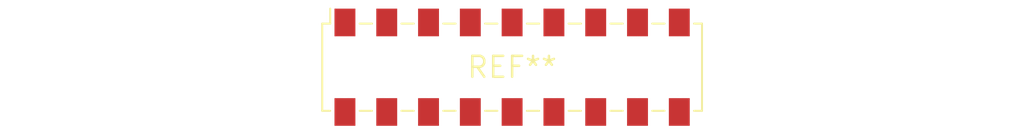
<source format=kicad_pcb>
(kicad_pcb (version 20240108) (generator pcbnew)
  (layers (0 "F.Cu" signal) (31 "B.Cu" signal) (34 "B.Paste" user) (35 "F.Paste" user) (36 "B.SilkS" user "B.Silkscreen") (37 "F.SilkS" user "F.Silkscreen") (38 "B.Mask" user) (39 "F.Mask" user) (44 "Edge.Cuts" user))
  (net 0 "")
  (footprint "Samtec_HLE-109-02-xxx-DV-BE-A_2x09_P2.54mm_Horizontal" (layer "F.Cu") (at 0 0)
    (property "Reference" "REF**")
    (property "Value" "Samtec_HLE-109-02-xxx-DV-BE-A_2x09_P2.54mm_Horizontal")
    (fp_line (start -11.54 -2.65) (end -11.54 2.65) (layer "F.SilkS") (stroke (width 0.12)))
    (fp_line (start -11.54 2.65) (end -11.055 2.65) (layer "F.SilkS") (stroke (width 0.12)))
    (fp_line (start -11.055 -3.56) (end -11.055 -2.65) (layer "F.SilkS") (stroke (width 0.12)))
    (fp_line (start -11.055 -2.65) (end -11.54 -2.65) (layer "F.SilkS") (stroke (width 0.12)))
    (fp_line (start -9.265 -2.65) (end -8.515 -2.65) (layer "F.SilkS") (stroke (width 0.12)))
    (fp_line (start -9.265 2.65) (end -8.515 2.65) (layer "F.SilkS") (stroke (width 0.12)))
    (fp_line (start -6.725 -2.65) (end -5.975 -2.65) (layer "F.SilkS") (stroke (width 0.12)))
    (fp_line (start -6.725 2.65) (end -5.975 2.65) (layer "F.SilkS") (stroke (width 0.12)))
    (fp_line (start -4.185 -2.65) (end -3.435 -2.65) (layer "F.SilkS") (stroke (width 0.12)))
    (fp_line (start -4.185 2.65) (end -3.435 2.65) (layer "F.SilkS") (stroke (width 0.12)))
    (fp_line (start -1.645 -2.65) (end -0.895 -2.65) (layer "F.SilkS") (stroke (width 0.12)))
    (fp_line (start -1.645 2.65) (end -0.895 2.65) (layer "F.SilkS") (stroke (width 0.12)))
    (fp_line (start 0.895 -2.65) (end 1.645 -2.65) (layer "F.SilkS") (stroke (width 0.12)))
    (fp_line (start 0.895 2.65) (end 1.645 2.65) (layer "F.SilkS") (stroke (width 0.12)))
    (fp_line (start 3.435 -2.65) (end 4.185 -2.65) (layer "F.SilkS") (stroke (width 0.12)))
    (fp_line (start 3.435 2.65) (end 4.185 2.65) (layer "F.SilkS") (stroke (width 0.12)))
    (fp_line (start 5.975 -2.65) (end 6.725 -2.65) (layer "F.SilkS") (stroke (width 0.12)))
    (fp_line (start 5.975 2.65) (end 6.725 2.65) (layer "F.SilkS") (stroke (width 0.12)))
    (fp_line (start 8.515 -2.65) (end 9.265 -2.65) (layer "F.SilkS") (stroke (width 0.12)))
    (fp_line (start 8.515 2.65) (end 9.265 2.65) (layer "F.SilkS") (stroke (width 0.12)))
    (fp_line (start 11.055 -2.65) (end 11.54 -2.65) (layer "F.SilkS") (stroke (width 0.12)))
    (fp_line (start 11.54 -2.65) (end 11.54 2.65) (layer "F.SilkS") (stroke (width 0.12)))
    (fp_line (start 11.54 2.65) (end 11.055 2.65) (layer "F.SilkS") (stroke (width 0.12)))
    (pad "" np_thru_hole circle (at -10.16 -1.27) (size 0.97 0.97) (drill 0.97) (layers *.Cu *.Mask))
    (pad "" np_thru_hole circle (at -10.16 1.27) (size 0.97 0.97) (drill 0.97) (layers *.Cu *.Mask))
    (pad "" np_thru_hole circle (at -8.89 0) (size 1.78 1.78) (drill 1.78) (layers *.Cu *.Mask))
    (pad "" np_thru_hole circle (at -7.62 -1.27) (size 0.97 0.97) (drill 0.97) (layers *.Cu *.Mask))
    (pad "" np_thru_hole circle (at -7.62 1.27) (size 0.97 0.97) (drill 0.97) (layers *.Cu *.Mask))
    (pad "" np_thru_hole circle (at -5.08 -1.27) (size 0.97 0.97) (drill 0.97) (layers *.Cu *.Mask))
    (pad "" np_thru_hole circle (at -5.08 1.27) (size 0.97 0.97) (drill 0.97) (layers *.Cu *.Mask))
    (pad "" np_thru_hole circle (at -2.54 -1.27) (size 0.97 0.97) (drill 0.97) (layers *.Cu *.Mask))
    (pad "" np_thru_hole circle (at -2.54 1.27) (size 0.97 0.97) (drill 0.97) (layers *.Cu *.Mask))
    (pad "" np_thru_hole circle (at 0 -1.27) (size 0.97 0.97) (drill 0.97) (layers *.Cu *.Mask))
    (pad "" np_thru_hole circle (at 0 1.27) (size 0.97 0.97) (drill 0.97) (layers *.Cu *.Mask))
    (pad "" np_thru_hole circle (at 2.54 -1.27) (size 0.97 0.97) (drill 0.97) (layers *.Cu *.Mask))
    (pad "" np_thru_hole circle (at 2.54 1.27) (size 0.97 0.97) (drill 0.97) (layers *.Cu *.Mask))
    (pad "" np_thru_hole circle (at 5.08 -1.27) (size 0.97 0.97) (drill 0.97) (layers *.Cu *.Mask))
    (pad "" np_thru_hole circle (at 5.08 1.27) (size 0.97 0.97) (drill 0.97) (layers *.Cu *.Mask))
    (pad "" np_thru_hole circle (at 7.62 -1.27) (size 0.97 0.97) (drill 0.97) (layers *.Cu *.Mask))
    (pad "" np_thru_hole circle (at 7.62 1.27) (size 0.97 0.97) (drill 0.97) (layers *.Cu *.Mask))
    (pad "" np_thru_hole circle (at 8.89 0) (size 1.78 1.78) (drill 1.78) (layers *.Cu *.Mask))
    (pad "" np_thru_hole circle (at 10.16 -1.27) (size 0.97 0.97) (drill 0.97) (layers *.Cu *.Mask))
    (pad "" np_thru_hole circle (at 10.16 1.27) (size 0.97 0.97) (drill 0.97) (layers *.Cu *.Mask))
    (pad "1" smd rect (at -10.16 -2.72) (size 1.27 1.68) (layers "F.Cu" "F.Paste" "F.Mask"))
    (pad "2" smd rect (at -10.16 2.72) (size 1.27 1.68) (layers "F.Cu" "F.Paste" "F.Mask"))
    (pad "3" smd rect (at -7.62 -2.72) (size 1.27 1.68) (layers "F.Cu" "F.Paste" "F.Mask"))
    (pad "4" smd rect (at -7.62 2.72) (size 1.27 1.68) (layers "F.Cu" "F.Paste" "F.Mask"))
    (pad "5" smd rect (at -5.08 -2.72) (size 1.27 1.68) (layers "F.Cu" "F.Paste" "F.Mask"))
    (pad "6" smd rect (at -5.08 2.72) (size 1.27 1.68) (layers "F.Cu" "F.Paste" "F.Mask"))
    (pad "7" smd rect (at -2.54 -2.72) (size 1.27 1.68) (layers "F.Cu" "F.Paste" "F.Mask"))
    (pad "8" smd rect (at -2.54 2.72) (size 1.27 1.68) (layers "F.Cu" "F.Paste" "F.Mask"))
    (pad "9" smd rect (at 0 -2.72) (size 1.27 1.68) (layers "F.Cu" "F.Paste" "F.Mask"))
    (pad "10" smd rect (at 0 2.72) (size 1.27 1.68) (layers "F.Cu" "F.Paste" "F.Mask"))
    (pad "11" smd rect (at 2.54 -2.72) (size 1.27 1.68) (layers "F.Cu" "F.Paste" "F.Mask"))
    (pad "12" smd rect (at 2.54 2.72) (size 1.27 1.68) (layers "F.Cu" "F.Paste" "F.Mask"))
    (pad "13" smd rect (at 5.08 -2.72) (size 1.27 1.68) (layers "F.Cu" "F.Paste" "F.Mask"))
    (pad "14" smd rect (at 5.08 2.72) (size 1.27 1.68) (layers "F.Cu" "F.Paste" "F.Mask"))
    (pad "15" smd rect (at 7.62 -2.72) (size 1.27 1.68) (layers "F.Cu" "F.Paste" "F.Mask"))
    (pad "16" smd rect (at 7.62 2.72) (size 1.27 1.68) (layers "F.Cu" "F.Paste" "F.Mask"))
    (pad "17" smd rect (at 10.16 -2.72) (size 1.27 1.68) (layers "F.Cu" "F.Paste" "F.Mask"))
    (pad "18" smd rect (at 10.16 2.72) (size 1.27 1.68) (layers "F.Cu" "F.Paste" "F.Mask"))
  )
)
</source>
